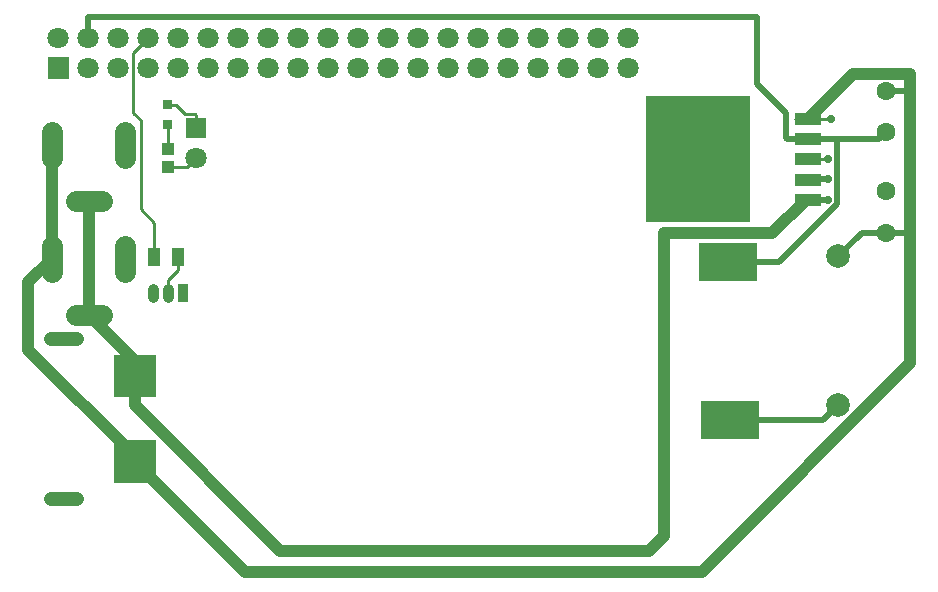
<source format=gtl>
G04 Layer: TopLayer*
G04 EasyEDA v6.4.19.4, 2021-05-17T11:53:22--6:00*
G04 e5bb7b4e7bdd45059bcec5d89b479325,ecfdb7ac97474c2db5e1325c5a2f7ac0,10*
G04 Gerber Generator version 0.2*
G04 Scale: 100 percent, Rotated: No, Reflected: No *
G04 Dimensions in millimeters *
G04 leading zeros omitted , absolute positions ,4 integer and 5 decimal *
%FSLAX45Y45*%
%MOMM*%

%ADD11C,0.5000*%
%ADD12C,0.2600*%
%ADD13C,1.0000*%
%ADD14C,0.7000*%
%ADD15R,5.0000X3.2500*%
%ADD16R,8.8900X10.6600*%
%ADD17R,2.2860X1.0693*%
%ADD19R,1.0000X1.5500*%
%ADD20R,1.1000X1.0000*%
%ADD21C,1.6000*%
%ADD22C,2.0000*%
%ADD23R,3.6000X3.6000*%
%ADD24R,1.8000X1.8000*%
%ADD25C,1.8000*%
%ADD26R,0.9000X1.6000*%
%ADD27C,1.2000*%
%ADD28C,0.9000*%

%LPD*%
D11*
X17410938Y-172720D02*
G01*
X17449800Y-172720D01*
X17449800Y-723900D01*
X16964152Y-1209547D01*
X16525493Y-1209547D01*
D12*
X11620500Y685800D02*
G01*
X11493500Y558800D01*
X11493500Y50800D01*
X11557000Y-12700D01*
X11557000Y-762000D01*
X11672900Y-877900D01*
X11672900Y-1168400D01*
D13*
X17202150Y-683260D02*
G01*
X17185640Y-683260D01*
X16903700Y-965200D01*
X15989300Y-965200D01*
X15989300Y-3530600D01*
X15989300Y-3530600D02*
G01*
X15862300Y-3657600D01*
X12738100Y-3657600D01*
X11506200Y-2425700D01*
X11506200Y-2180081D01*
D12*
X17373600Y-342900D02*
G01*
X17202150Y-342900D01*
D11*
X17202150Y-513079D02*
G01*
X17207229Y-508000D01*
X17373600Y-508000D01*
X17868900Y-962403D02*
G01*
X17660800Y-962403D01*
X17462500Y-1160703D01*
X17373600Y-685800D02*
G01*
X17259300Y-685800D01*
X17868900Y-111505D02*
G01*
X17807686Y-172720D01*
X17343120Y-172720D01*
X17202150Y-172720D01*
X16545407Y-2549601D02*
G01*
X17333595Y-2549601D01*
X17462500Y-2420696D01*
X17202150Y-172720D02*
G01*
X17025620Y-172720D01*
X17018000Y-165100D01*
X17018000Y50800D01*
X16776700Y292100D01*
X16776700Y863600D01*
X11112500Y863600D01*
X11112500Y685800D01*
D12*
X17399000Y0D02*
G01*
X17396457Y-2542D01*
X17202150Y-2542D01*
D13*
X11506200Y-2900171D02*
G01*
X12441427Y-3835400D01*
X16306800Y-3835400D01*
X18072100Y-2070100D01*
X18072100Y381000D01*
X17585690Y381000D01*
X17202150Y-2539D01*
D11*
X17868900Y238505D02*
G01*
X18072100Y238505D01*
X17868900Y-962405D02*
G01*
X18072100Y-962405D01*
D13*
X11121542Y-1661058D02*
G01*
X11506200Y-2045715D01*
X11506200Y-2180005D01*
X10604500Y-1418336D02*
G01*
X10604500Y-1383029D01*
X10803890Y-1183639D01*
X11506225Y-2900070D02*
G01*
X11506225Y-2857525D01*
X10604500Y-1955800D01*
X10604500Y-1418338D01*
X10803763Y-218516D02*
G01*
X10803763Y-1183716D01*
X11121542Y-695858D02*
G01*
X11121542Y-1661058D01*
D12*
X17274031Y-683260D02*
G01*
X17202150Y-683260D01*
X11872975Y-1275079D02*
G01*
X11785600Y-1362455D01*
X11785600Y-1473200D01*
X11872975Y-1168400D02*
G01*
X11872975Y-1275079D01*
X11785600Y-250189D02*
G01*
X11785600Y-48257D01*
X17130522Y-2539D02*
G01*
X17202150Y-2539D01*
X17130522Y-2539D02*
G01*
X17094454Y-2539D01*
X11854941Y121920D02*
G01*
X11933681Y42926D01*
X12014200Y42926D01*
X11785600Y121920D02*
G01*
X11854941Y121920D01*
X12026900Y-76200D02*
G01*
X12026900Y30223D01*
X12014200Y42923D01*
X11785600Y-410182D02*
G01*
X11946917Y-410182D01*
X12026900Y-330200D01*
D15*
G01*
X16545394Y-2549601D03*
G01*
X16525405Y-1209598D03*
D16*
G01*
X16275050Y-342900D03*
D17*
G01*
X17202150Y-2539D03*
G01*
X17202150Y-172720D03*
G01*
X17202150Y-513079D03*
G01*
X17202150Y-342900D03*
G01*
X17202150Y-683260D03*
G36*
X11745600Y-8199D02*
G01*
X11825599Y-8199D01*
X11825599Y-88198D01*
X11745600Y-88198D01*
G37*
G36*
X11745600Y161980D02*
G01*
X11825599Y161980D01*
X11825599Y81981D01*
X11745600Y81981D01*
G37*
D19*
G01*
X11672900Y-1168400D03*
G01*
X11872899Y-1168400D03*
D20*
G01*
X11785600Y-250189D03*
G01*
X11785600Y-410184D03*
D21*
G01*
X17868900Y-962405D03*
G01*
X17868900Y-612394D03*
G01*
X17868900Y238505D03*
G01*
X17868900Y-111505D03*
D22*
G01*
X17462500Y-1160703D03*
G01*
X17462500Y-2420696D03*
G36*
X11326266Y-3080034D02*
G01*
X11326266Y-2720116D01*
X11686184Y-2720116D01*
X11686184Y-3080034D01*
G37*
D23*
G01*
X11506200Y-2180005D03*
D24*
G01*
X12026900Y-76200D03*
D25*
G01*
X12026900Y-330200D03*
G36*
X10768500Y521799D02*
G01*
X10948499Y521799D01*
X10948499Y341800D01*
X10768500Y341800D01*
G37*
G01*
X10858500Y685800D03*
G01*
X11112500Y431800D03*
G01*
X11112500Y685800D03*
G01*
X11366500Y431800D03*
G01*
X11366500Y685800D03*
G01*
X11620500Y431800D03*
G01*
X11620500Y685800D03*
G01*
X11874500Y431800D03*
G01*
X11874500Y685800D03*
G01*
X12128500Y431800D03*
G01*
X12128500Y685800D03*
G01*
X12382500Y431800D03*
G01*
X12382500Y685800D03*
G01*
X12636500Y431800D03*
G01*
X12636500Y685800D03*
G01*
X12890500Y431800D03*
G01*
X12890500Y685800D03*
G01*
X13144500Y431800D03*
G01*
X13144500Y685800D03*
G01*
X13398500Y431800D03*
G01*
X13398500Y685800D03*
G01*
X13652500Y431800D03*
G01*
X13652500Y685800D03*
G01*
X13906500Y431800D03*
G01*
X13906500Y685800D03*
G01*
X14160500Y431800D03*
G01*
X14160500Y685800D03*
G01*
X14414500Y431800D03*
G01*
X14414500Y685800D03*
G01*
X14668500Y431800D03*
G01*
X14668500Y685800D03*
G01*
X14922500Y431800D03*
G01*
X14922500Y685800D03*
G01*
X15176500Y431800D03*
G01*
X15176500Y685800D03*
G01*
X15430500Y431800D03*
G01*
X15430500Y685800D03*
G01*
X15684500Y431800D03*
G01*
X15684500Y685800D03*
D26*
G01*
X11912600Y-1473200D03*
D14*
G01*
X17373600Y-508000D03*
G01*
X17373600Y-685800D03*
G01*
X17373600Y-342900D03*
G01*
X17399000Y0D03*
D25*
X11421262Y-1073716D02*
G01*
X11421262Y-1293715D01*
X10803763Y-1293715D02*
G01*
X10803763Y-1073716D01*
X11231542Y-1661058D02*
G01*
X11011542Y-1661058D01*
X11421262Y-108516D02*
G01*
X11421262Y-328515D01*
X10803763Y-328515D02*
G01*
X10803763Y-108516D01*
X11231542Y-695858D02*
G01*
X11011542Y-695858D01*
D27*
X10796201Y-3215004D02*
G01*
X11016200Y-3215004D01*
X10796201Y-1864995D02*
G01*
X11016200Y-1864995D01*
D28*
X11658600Y-1508201D02*
G01*
X11658600Y-1438201D01*
X11785600Y-1508201D02*
G01*
X11785600Y-1438201D01*
M02*

</source>
